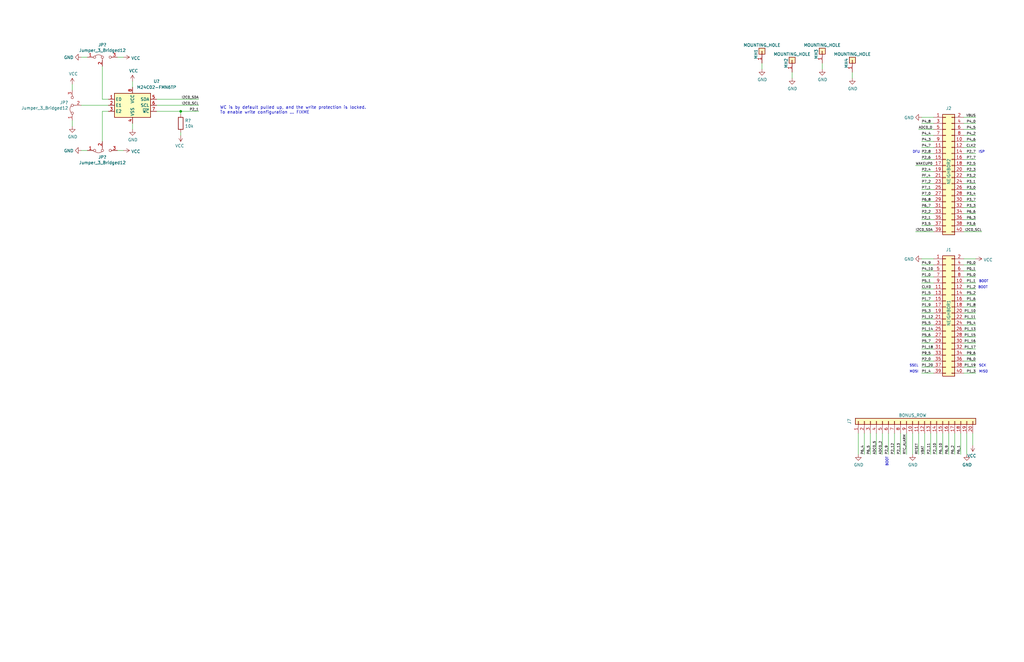
<source format=kicad_sch>
(kicad_sch (version 20230121) (generator eeschema)
  (paper "USLedger")
  (title_block (title "GreatFET Neighbor Template") (date "2015-09-24") (company "Copyright 2015 Great Scott Gadgets") (comment 1 "License: BSD-3-Clause"))
  (lib_symbols
    (symbol "Connector_Generic:Conn_01x01" (pin_names (offset 1.016) hide)
      (property "Reference" "J" (at 0 2.54 0))
      (property "Value" "Conn_01x01" (at 0 -2.54 0))
      (symbol "Conn_01x01_1_1"
        (rectangle (start -1.27 0.127) (end 0 -0.127) (stroke (width 0.1524)))
        (rectangle (start -1.27 1.27) (end 1.27 -1.27) (stroke (width 0.254)) (fill (type background)))
        (pin passive line (at -5.08 0 0) (length 3.81) (name "Pin_1") (number "1"))
      )
    )
    (symbol "Connector_Generic:Conn_01x20" (pin_names (offset 1.016) hide)
      (property "Reference" "J" (at 0 25.4 0))
      (property "Value" "Conn_01x20" (at 0 -27.94 0))
      (symbol "Conn_01x20_1_1"
        (rectangle (start -1.27 -25.273) (end 0 -25.527) (stroke (width 0.1524)))
        (rectangle (start -1.27 -22.733) (end 0 -22.987) (stroke (width 0.1524)))
        (rectangle (start -1.27 -20.193) (end 0 -20.447) (stroke (width 0.1524)))
        (rectangle (start -1.27 -17.653) (end 0 -17.907) (stroke (width 0.1524)))
        (rectangle (start -1.27 -15.113) (end 0 -15.367) (stroke (width 0.1524)))
        (rectangle (start -1.27 -12.573) (end 0 -12.827) (stroke (width 0.1524)))
        (rectangle (start -1.27 -10.033) (end 0 -10.287) (stroke (width 0.1524)))
        (rectangle (start -1.27 -7.493) (end 0 -7.747) (stroke (width 0.1524)))
        (rectangle (start -1.27 -4.953) (end 0 -5.207) (stroke (width 0.1524)))
        (rectangle (start -1.27 -2.413) (end 0 -2.667) (stroke (width 0.1524)))
        (rectangle (start -1.27 0.127) (end 0 -0.127) (stroke (width 0.1524)))
        (rectangle (start -1.27 2.667) (end 0 2.413) (stroke (width 0.1524)))
        (rectangle (start -1.27 5.207) (end 0 4.953) (stroke (width 0.1524)))
        (rectangle (start -1.27 7.747) (end 0 7.493) (stroke (width 0.1524)))
        (rectangle (start -1.27 10.287) (end 0 10.033) (stroke (width 0.1524)))
        (rectangle (start -1.27 12.827) (end 0 12.573) (stroke (width 0.1524)))
        (rectangle (start -1.27 15.367) (end 0 15.113) (stroke (width 0.1524)))
        (rectangle (start -1.27 17.907) (end 0 17.653) (stroke (width 0.1524)))
        (rectangle (start -1.27 20.447) (end 0 20.193) (stroke (width 0.1524)))
        (rectangle (start -1.27 22.987) (end 0 22.733) (stroke (width 0.1524)))
        (rectangle (start -1.27 24.13) (end 1.27 -26.67) (stroke (width 0.254)) (fill (type background)))
        (pin passive line (at -5.08 22.86 0) (length 3.81) (name "Pin_1") (number "1"))
        (pin passive line (at -5.08 0 0) (length 3.81) (name "Pin_10") (number "10"))
        (pin passive line (at -5.08 -2.54 0) (length 3.81) (name "Pin_11") (number "11"))
        (pin passive line (at -5.08 -5.08 0) (length 3.81) (name "Pin_12") (number "12"))
        (pin passive line (at -5.08 -7.62 0) (length 3.81) (name "Pin_13") (number "13"))
        (pin passive line (at -5.08 -10.16 0) (length 3.81) (name "Pin_14") (number "14"))
        (pin passive line (at -5.08 -12.7 0) (length 3.81) (name "Pin_15") (number "15"))
        (pin passive line (at -5.08 -15.24 0) (length 3.81) (name "Pin_16") (number "16"))
        (pin passive line (at -5.08 -17.78 0) (length 3.81) (name "Pin_17") (number "17"))
        (pin passive line (at -5.08 -20.32 0) (length 3.81) (name "Pin_18") (number "18"))
        (pin passive line (at -5.08 -22.86 0) (length 3.81) (name "Pin_19") (number "19"))
        (pin passive line (at -5.08 20.32 0) (length 3.81) (name "Pin_2") (number "2"))
        (pin passive line (at -5.08 -25.4 0) (length 3.81) (name "Pin_20") (number "20"))
        (pin passive line (at -5.08 17.78 0) (length 3.81) (name "Pin_3") (number "3"))
        (pin passive line (at -5.08 15.24 0) (length 3.81) (name "Pin_4") (number "4"))
        (pin passive line (at -5.08 12.7 0) (length 3.81) (name "Pin_5") (number "5"))
        (pin passive line (at -5.08 10.16 0) (length 3.81) (name "Pin_6") (number "6"))
        (pin passive line (at -5.08 7.62 0) (length 3.81) (name "Pin_7") (number "7"))
        (pin passive line (at -5.08 5.08 0) (length 3.81) (name "Pin_8") (number "8"))
        (pin passive line (at -5.08 2.54 0) (length 3.81) (name "Pin_9") (number "9"))
      )
    )
    (symbol "Connector_Generic:Conn_02x20_Odd_Even" (pin_names (offset 1.016) hide)
      (property "Reference" "J" (at 1.27 25.4 0))
      (property "Value" "Conn_02x20_Odd_Even" (at 1.27 -27.94 0))
      (symbol "Conn_02x20_Odd_Even_1_1"
        (rectangle (start -1.27 -25.273) (end 0 -25.527) (stroke (width 0.1524)))
        (rectangle (start -1.27 -22.733) (end 0 -22.987) (stroke (width 0.1524)))
        (rectangle (start -1.27 -20.193) (end 0 -20.447) (stroke (width 0.1524)))
        (rectangle (start -1.27 -17.653) (end 0 -17.907) (stroke (width 0.1524)))
        (rectangle (start -1.27 -15.113) (end 0 -15.367) (stroke (width 0.1524)))
        (rectangle (start -1.27 -12.573) (end 0 -12.827) (stroke (width 0.1524)))
        (rectangle (start -1.27 -10.033) (end 0 -10.287) (stroke (width 0.1524)))
        (rectangle (start -1.27 -7.493) (end 0 -7.747) (stroke (width 0.1524)))
        (rectangle (start -1.27 -4.953) (end 0 -5.207) (stroke (width 0.1524)))
        (rectangle (start -1.27 -2.413) (end 0 -2.667) (stroke (width 0.1524)))
        (rectangle (start -1.27 0.127) (end 0 -0.127) (stroke (width 0.1524)))
        (rectangle (start -1.27 2.667) (end 0 2.413) (stroke (width 0.1524)))
        (rectangle (start -1.27 5.207) (end 0 4.953) (stroke (width 0.1524)))
        (rectangle (start -1.27 7.747) (end 0 7.493) (stroke (width 0.1524)))
        (rectangle (start -1.27 10.287) (end 0 10.033) (stroke (width 0.1524)))
        (rectangle (start -1.27 12.827) (end 0 12.573) (stroke (width 0.1524)))
        (rectangle (start -1.27 15.367) (end 0 15.113) (stroke (width 0.1524)))
        (rectangle (start -1.27 17.907) (end 0 17.653) (stroke (width 0.1524)))
        (rectangle (start -1.27 20.447) (end 0 20.193) (stroke (width 0.1524)))
        (rectangle (start -1.27 22.987) (end 0 22.733) (stroke (width 0.1524)))
        (rectangle (start -1.27 24.13) (end 3.81 -26.67) (stroke (width 0.254)) (fill (type background)))
        (rectangle (start 3.81 -25.273) (end 2.54 -25.527) (stroke (width 0.1524)))
        (rectangle (start 3.81 -22.733) (end 2.54 -22.987) (stroke (width 0.1524)))
        (rectangle (start 3.81 -20.193) (end 2.54 -20.447) (stroke (width 0.1524)))
        (rectangle (start 3.81 -17.653) (end 2.54 -17.907) (stroke (width 0.1524)))
        (rectangle (start 3.81 -15.113) (end 2.54 -15.367) (stroke (width 0.1524)))
        (rectangle (start 3.81 -12.573) (end 2.54 -12.827) (stroke (width 0.1524)))
        (rectangle (start 3.81 -10.033) (end 2.54 -10.287) (stroke (width 0.1524)))
        (rectangle (start 3.81 -7.493) (end 2.54 -7.747) (stroke (width 0.1524)))
        (rectangle (start 3.81 -4.953) (end 2.54 -5.207) (stroke (width 0.1524)))
        (rectangle (start 3.81 -2.413) (end 2.54 -2.667) (stroke (width 0.1524)))
        (rectangle (start 3.81 0.127) (end 2.54 -0.127) (stroke (width 0.1524)))
        (rectangle (start 3.81 2.667) (end 2.54 2.413) (stroke (width 0.1524)))
        (rectangle (start 3.81 5.207) (end 2.54 4.953) (stroke (width 0.1524)))
        (rectangle (start 3.81 7.747) (end 2.54 7.493) (stroke (width 0.1524)))
        (rectangle (start 3.81 10.287) (end 2.54 10.033) (stroke (width 0.1524)))
        (rectangle (start 3.81 12.827) (end 2.54 12.573) (stroke (width 0.1524)))
        (rectangle (start 3.81 15.367) (end 2.54 15.113) (stroke (width 0.1524)))
        (rectangle (start 3.81 17.907) (end 2.54 17.653) (stroke (width 0.1524)))
        (rectangle (start 3.81 20.447) (end 2.54 20.193) (stroke (width 0.1524)))
        (rectangle (start 3.81 22.987) (end 2.54 22.733) (stroke (width 0.1524)))
        (pin passive line (at -5.08 22.86 0) (length 3.81) (name "Pin_1") (number "1"))
        (pin passive line (at 7.62 12.7 180) (length 3.81) (name "Pin_10") (number "10"))
        (pin passive line (at -5.08 10.16 0) (length 3.81) (name "Pin_11") (number "11"))
        (pin passive line (at 7.62 10.16 180) (length 3.81) (name "Pin_12") (number "12"))
        (pin passive line (at -5.08 7.62 0) (length 3.81) (name "Pin_13") (number "13"))
        (pin passive line (at 7.62 7.62 180) (length 3.81) (name "Pin_14") (number "14"))
        (pin passive line (at -5.08 5.08 0) (length 3.81) (name "Pin_15") (number "15"))
        (pin passive line (at 7.62 5.08 180) (length 3.81) (name "Pin_16") (number "16"))
        (pin passive line (at -5.08 2.54 0) (length 3.81) (name "Pin_17") (number "17"))
        (pin passive line (at 7.62 2.54 180) (length 3.81) (name "Pin_18") (number "18"))
        (pin passive line (at -5.08 0 0) (length 3.81) (name "Pin_19") (number "19"))
        (pin passive line (at 7.62 22.86 180) (length 3.81) (name "Pin_2") (number "2"))
        (pin passive line (at 7.62 0 180) (length 3.81) (name "Pin_20") (number "20"))
        (pin passive line (at -5.08 -2.54 0) (length 3.81) (name "Pin_21") (number "21"))
        (pin passive line (at 7.62 -2.54 180) (length 3.81) (name "Pin_22") (number "22"))
        (pin passive line (at -5.08 -5.08 0) (length 3.81) (name "Pin_23") (number "23"))
        (pin passive line (at 7.62 -5.08 180) (length 3.81) (name "Pin_24") (number "24"))
        (pin passive line (at -5.08 -7.62 0) (length 3.81) (name "Pin_25") (number "25"))
        (pin passive line (at 7.62 -7.62 180) (length 3.81) (name "Pin_26") (number "26"))
        (pin passive line (at -5.08 -10.16 0) (length 3.81) (name "Pin_27") (number "27"))
        (pin passive line (at 7.62 -10.16 180) (length 3.81) (name "Pin_28") (number "28"))
        (pin passive line (at -5.08 -12.7 0) (length 3.81) (name "Pin_29") (number "29"))
        (pin passive line (at -5.08 20.32 0) (length 3.81) (name "Pin_3") (number "3"))
        (pin passive line (at 7.62 -12.7 180) (length 3.81) (name "Pin_30") (number "30"))
        (pin passive line (at -5.08 -15.24 0) (length 3.81) (name "Pin_31") (number "31"))
        (pin passive line (at 7.62 -15.24 180) (length 3.81) (name "Pin_32") (number "32"))
        (pin passive line (at -5.08 -17.78 0) (length 3.81) (name "Pin_33") (number "33"))
        (pin passive line (at 7.62 -17.78 180) (length 3.81) (name "Pin_34") (number "34"))
        (pin passive line (at -5.08 -20.32 0) (length 3.81) (name "Pin_35") (number "35"))
        (pin passive line (at 7.62 -20.32 180) (length 3.81) (name "Pin_36") (number "36"))
        (pin passive line (at -5.08 -22.86 0) (length 3.81) (name "Pin_37") (number "37"))
        (pin passive line (at 7.62 -22.86 180) (length 3.81) (name "Pin_38") (number "38"))
        (pin passive line (at -5.08 -25.4 0) (length 3.81) (name "Pin_39") (number "39"))
        (pin passive line (at 7.62 20.32 180) (length 3.81) (name "Pin_4") (number "4"))
        (pin passive line (at 7.62 -25.4 180) (length 3.81) (name "Pin_40") (number "40"))
        (pin passive line (at -5.08 17.78 0) (length 3.81) (name "Pin_5") (number "5"))
        (pin passive line (at 7.62 17.78 180) (length 3.81) (name "Pin_6") (number "6"))
        (pin passive line (at -5.08 15.24 0) (length 3.81) (name "Pin_7") (number "7"))
        (pin passive line (at 7.62 15.24 180) (length 3.81) (name "Pin_8") (number "8"))
        (pin passive line (at -5.08 12.7 0) (length 3.81) (name "Pin_9") (number "9"))
      )
    )
    (symbol "Device:R" (pin_numbers hide) (pin_names (offset 0))
      (property "Reference" "R" (at 2.032 0 90))
      (property "Value" "R" (at 0 0 90))
      (symbol "R_0_1"
        (rectangle (start -1.016 -2.54) (end 1.016 2.54) (stroke (width 0.254)))
      )
      (symbol "R_1_1"
        (pin passive line (at 0 3.81 270) (length 1.27) (name "~") (number "1"))
        (pin passive line (at 0 -3.81 90) (length 1.27) (name "~") (number "2"))
      )
    )
    (symbol "Memory_EEPROM:M24C02-FMN"
      (property "Reference" "U" (at -6.35 6.35 0))
      (property "Value" "M24C02-FMN" (at 7.62 6.35 0))
      (symbol "M24C02-FMN_0_1"
        (rectangle (start -7.62 5.08) (end 7.62 -5.08) (stroke (width 0.254)) (fill (type background)))
      )
      (symbol "M24C02-FMN_1_1"
        (pin input line (at -10.16 2.54 0) (length 2.54) (name "E0") (number "1"))
        (pin input line (at -10.16 0 0) (length 2.54) (name "E1") (number "2"))
        (pin input line (at -10.16 -2.54 0) (length 2.54) (name "E2") (number "3"))
        (pin power_in line (at 0 -7.62 90) (length 2.54) (name "VSS") (number "4"))
        (pin bidirectional line (at 10.16 2.54 180) (length 2.54) (name "SDA") (number "5"))
        (pin input line (at 10.16 0 180) (length 2.54) (name "SCL") (number "6"))
        (pin input line (at 10.16 -2.54 180) (length 2.54) (name "~{WC}") (number "7"))
        (pin power_in line (at 0 7.62 270) (length 2.54) (name "VCC") (number "8"))
      )
    )
    (symbol "neighbor-template-rescue:Jumper_3_Bridged12-Jumper" (pin_names (offset 0) hide)
      (property "Reference" "JP" (at -2.54 -2.54 0))
      (property "Value" "Jumper_Jumper_3_Bridged12" (at 0 2.794 0))
      (symbol "Jumper_3_Bridged12-Jumper_0_0"
        (circle (center -3.302 0) (radius 0.508))
        (circle (center 0 0) (radius 0.508))
        (circle (center 3.302 0) (radius 0.508))
      )
      (symbol "Jumper_3_Bridged12-Jumper_0_1"
        (arc (start -0.254 0.508) (mid -1.651 0.9912) (end -3.048 0.508))
        (polyline (pts (xy 0 -1.27) (xy 0 -0.508)))
      )
      (symbol "Jumper_3_Bridged12-Jumper_1_1"
        (pin passive line (at -6.35 0 0) (length 2.54) (name "A") (number "1"))
        (pin input line (at 0 -3.81 90) (length 2.54) (name "C") (number "2"))
        (pin passive line (at 6.35 0 180) (length 2.54) (name "B") (number "3"))
      )
    )
    (symbol "power:GND" (power) (pin_names (offset 0))
      (property "Value" "GND" (at 0 -3.81 0))
      (symbol "GND_0_1"
        (polyline (pts (xy 0 0) (xy 0 -1.27) (xy 1.27 -1.27) (xy 0 -2.54) (xy -1.27 -1.27) (xy 0 -1.27)))
      )
      (symbol "GND_1_1"
        (pin power_in line (at 0 0 270) (length 0) hide (name "GND") (number "1"))
      )
    )
    (symbol "power:VCC" (power) (pin_names (offset 0))
      (property "Value" "VCC" (at 0 3.81 0))
      (symbol "VCC_0_1"
        (polyline (pts (xy -0.762 1.27) (xy 0 2.54)))
        (polyline (pts (xy 0 0) (xy 0 2.54)))
        (polyline (pts (xy 0 2.54) (xy 0.762 1.27)))
      )
      (symbol "VCC_1_1"
        (pin power_in line (at 0 0 90) (length 0) hide (name "VCC") (number "1"))
      )
    )
  )
  (junction (at 76.2 46.99))
  (wire (pts (xy 410.21 187.96) (xy 410.21 182.88)))
  (wire (pts (xy 369.57 191.77) (xy 369.57 182.88)))
  (wire (pts (xy 406.4 109.22) (xy 411.48 109.22)))
  (wire (pts (xy 406.4 52.07) (xy 411.48 52.07)))
  (wire (pts (xy 388.62 95.25) (xy 393.7 95.25)))
  (wire (pts (xy 411.48 64.77) (xy 406.4 64.77)))
  (wire (pts (xy 411.48 54.61) (xy 406.4 54.61)))
  (wire (pts (xy 388.62 154.94) (xy 393.7 154.94)))
  (wire (pts (xy 388.62 109.22) (xy 393.7 109.22)))
  (wire (pts (xy 411.48 154.94) (xy 406.4 154.94)))
  (wire (pts (xy 405.13 191.77) (xy 405.13 182.88)))
  (wire (pts (xy 388.62 80.01) (xy 393.7 80.01)))
  (wire (pts (xy 411.48 147.32) (xy 406.4 147.32)))
  (wire (pts (xy 387.35 54.61) (xy 393.7 54.61)))
  (wire (pts (xy 45.72 41.91) (xy 43.18 41.91)))
  (wire (pts (xy 55.88 34.29) (xy 55.88 36.83)))
  (wire (pts (xy 388.62 152.4) (xy 393.7 152.4)))
  (wire (pts (xy 406.4 119.38) (xy 411.48 119.38)))
  (wire (pts (xy 388.62 147.32) (xy 393.7 147.32)))
  (wire (pts (xy 411.48 116.84) (xy 406.4 116.84)))
  (wire (pts (xy 411.48 90.17) (xy 406.4 90.17)))
  (wire (pts (xy 55.88 52.07) (xy 55.88 54.61)))
  (wire (pts (xy 388.62 149.86) (xy 393.7 149.86)))
  (wire (pts (xy 411.48 132.08) (xy 406.4 132.08)))
  (wire (pts (xy 66.04 46.99) (xy 76.2 46.99)))
  (wire (pts (xy 66.04 41.91) (xy 83.82 41.91)))
  (wire (pts (xy 388.62 59.69) (xy 393.7 59.69)))
  (wire (pts (xy 392.43 191.77) (xy 392.43 182.88)))
  (wire (pts (xy 388.62 49.53) (xy 393.7 49.53)))
  (wire (pts (xy 411.48 121.92) (xy 406.4 121.92)))
  (wire (pts (xy 388.62 119.38) (xy 393.7 119.38)))
  (wire (pts (xy 372.11 191.77) (xy 372.11 182.88)))
  (wire (pts (xy 388.62 121.92) (xy 393.7 121.92)))
  (wire (pts (xy 388.62 134.62) (xy 393.7 134.62)))
  (wire (pts (xy 406.4 134.62) (xy 411.48 134.62)))
  (wire (pts (xy 402.59 191.77) (xy 402.59 182.88)))
  (wire (pts (xy 411.48 59.69) (xy 406.4 59.69)))
  (wire (pts (xy 393.7 87.63) (xy 388.62 87.63)))
  (wire (pts (xy 359.41 30.48) (xy 359.41 33.02)))
  (wire (pts (xy 411.48 72.39) (xy 406.4 72.39)))
  (wire (pts (xy 76.2 46.99) (xy 83.82 46.99)))
  (wire (pts (xy 411.48 67.31) (xy 406.4 67.31)))
  (wire (pts (xy 411.48 127) (xy 406.4 127)))
  (wire (pts (xy 411.48 111.76) (xy 406.4 111.76)))
  (wire (pts (xy 406.4 157.48) (xy 411.48 157.48)))
  (wire (pts (xy 394.97 191.77) (xy 394.97 182.88)))
  (wire (pts (xy 411.48 137.16) (xy 406.4 137.16)))
  (wire (pts (xy 36.83 24.13) (xy 34.29 24.13)))
  (wire (pts (xy 346.71 26.67) (xy 346.71 29.21)))
  (wire (pts (xy 411.48 77.47) (xy 406.4 77.47)))
  (wire (pts (xy 407.67 191.77) (xy 407.67 182.88)))
  (wire (pts (xy 388.62 52.07) (xy 393.7 52.07)))
  (wire (pts (xy 388.62 144.78) (xy 393.7 144.78)))
  (wire (pts (xy 393.7 82.55) (xy 388.62 82.55)))
  (wire (pts (xy 393.7 92.71) (xy 388.62 92.71)))
  (wire (pts (xy 36.83 63.5) (xy 34.29 63.5)))
  (wire (pts (xy 388.62 137.16) (xy 393.7 137.16)))
  (wire (pts (xy 411.48 82.55) (xy 406.4 82.55)))
  (wire (pts (xy 388.62 142.24) (xy 393.7 142.24)))
  (wire (pts (xy 388.62 62.23) (xy 393.7 62.23)))
  (wire (pts (xy 384.81 191.77) (xy 384.81 182.88)))
  (wire (pts (xy 388.62 139.7) (xy 393.7 139.7)))
  (wire (pts (xy 43.18 41.91) (xy 43.18 27.94)))
  (wire (pts (xy 411.48 57.15) (xy 406.4 57.15)))
  (wire (pts (xy 49.53 63.5) (xy 52.07 63.5)))
  (wire (pts (xy 388.62 111.76) (xy 393.7 111.76)))
  (wire (pts (xy 406.4 144.78) (xy 411.48 144.78)))
  (wire (pts (xy 411.48 69.85) (xy 406.4 69.85)))
  (wire (pts (xy 43.18 46.99) (xy 43.18 59.69)))
  (wire (pts (xy 334.01 30.48) (xy 334.01 33.02)))
  (wire (pts (xy 388.62 85.09) (xy 393.7 85.09)))
  (wire (pts (xy 387.35 191.77) (xy 387.35 182.88)))
  (wire (pts (xy 411.48 85.09) (xy 406.4 85.09)))
  (wire (pts (xy 30.48 38.1) (xy 30.48 35.56)))
  (wire (pts (xy 388.62 64.77) (xy 393.7 64.77)))
  (wire (pts (xy 388.62 132.08) (xy 393.7 132.08)))
  (wire (pts (xy 411.48 142.24) (xy 406.4 142.24)))
  (wire (pts (xy 388.62 77.47) (xy 393.7 77.47)))
  (wire (pts (xy 377.19 191.77) (xy 377.19 182.88)))
  (wire (pts (xy 393.7 57.15) (xy 388.62 57.15)))
  (wire (pts (xy 414.02 97.79) (xy 406.4 97.79)))
  (wire (pts (xy 388.62 74.93) (xy 393.7 74.93)))
  (wire (pts (xy 411.48 92.71) (xy 406.4 92.71)))
  (wire (pts (xy 321.31 26.67) (xy 321.31 29.21)))
  (wire (pts (xy 45.72 44.45) (xy 34.29 44.45)))
  (wire (pts (xy 388.62 90.17) (xy 393.7 90.17)))
  (wire (pts (xy 388.62 127) (xy 393.7 127)))
  (wire (pts (xy 66.04 44.45) (xy 83.82 44.45)))
  (wire (pts (xy 393.7 157.48) (xy 388.62 157.48)))
  (wire (pts (xy 367.03 191.77) (xy 367.03 182.88)))
  (wire (pts (xy 411.48 152.4) (xy 406.4 152.4)))
  (wire (pts (xy 411.48 87.63) (xy 406.4 87.63)))
  (wire (pts (xy 361.95 191.77) (xy 361.95 182.88)))
  (wire (pts (xy 389.89 191.77) (xy 389.89 182.88)))
  (wire (pts (xy 406.4 49.53) (xy 411.48 49.53)))
  (wire (pts (xy 393.7 72.39) (xy 388.62 72.39)))
  (wire (pts (xy 45.72 46.99) (xy 43.18 46.99)))
  (wire (pts (xy 406.4 114.3) (xy 411.48 114.3)))
  (wire (pts (xy 406.4 124.46) (xy 411.48 124.46)))
  (wire (pts (xy 76.2 57.15) (xy 76.2 55.88)))
  (wire (pts (xy 411.48 80.01) (xy 406.4 80.01)))
  (wire (pts (xy 411.48 62.23) (xy 406.4 62.23)))
  (wire (pts (xy 406.4 149.86) (xy 411.48 149.86)))
  (wire (pts (xy 388.62 129.54) (xy 393.7 129.54)))
  (wire (pts (xy 406.4 129.54) (xy 411.48 129.54)))
  (wire (pts (xy 379.73 191.77) (xy 379.73 182.88)))
  (wire (pts (xy 406.4 95.25) (xy 411.48 95.25)))
  (wire (pts (xy 400.05 191.77) (xy 400.05 182.88)))
  (wire (pts (xy 406.4 139.7) (xy 411.48 139.7)))
  (wire (pts (xy 393.7 97.79) (xy 386.08 97.79)))
  (wire (pts (xy 49.53 24.13) (xy 52.07 24.13)))
  (wire (pts (xy 382.27 191.77) (xy 382.27 182.88)))
  (wire (pts (xy 364.49 191.77) (xy 364.49 182.88)))
  (wire (pts (xy 388.62 67.31) (xy 393.7 67.31)))
  (wire (pts (xy 397.51 191.77) (xy 397.51 182.88)))
  (wire (pts (xy 388.62 124.46) (xy 393.7 124.46)))
  (wire (pts (xy 411.48 74.93) (xy 406.4 74.93)))
  (wire (pts (xy 388.62 116.84) (xy 393.7 116.84)))
  (wire (pts (xy 30.48 50.8) (xy 30.48 53.34)))
  (wire (pts (xy 374.65 191.77) (xy 374.65 182.88)))
  (wire (pts (xy 388.62 114.3) (xy 393.7 114.3)))
  (wire (pts (xy 76.2 48.26) (xy 76.2 46.99)))
  (wire (pts (xy 393.7 69.85) (xy 386.08 69.85)))
  (text "WC is by default pulled up, and the write protection is locked.\nTo enable write configuration ... FIXME " (at 92.71 48.26 0) (effects (font (size 1.27 1.27)) (justify left bottom)))
  (text "BOOT" (at 374.65 196.85 90) (effects (font (size 1.016 1.016)) (justify left bottom)))
  (text "DFU" (at 384.81 64.77 0) (effects (font (size 1.016 1.016)) (justify left bottom)))
  (text "SCK" (at 412.75 154.94 0) (effects (font (size 1.016 1.016)) (justify left bottom)))
  (text "SSEL" (at 387.35 154.94 0) (effects (font (size 1.016 1.016)) (justify right bottom)))
  (text "BOOT" (at 416.56 121.92 0) (effects (font (size 1.016 1.016)) (justify right bottom)))
  (text "BOOT" (at 412.75 119.38 0) (effects (font (size 1.016 1.016)) (justify left bottom)))
  (text "MISO" (at 412.75 157.48 0) (effects (font (size 1.016 1.016)) (justify left bottom)))
  (text "ISP" (at 415.29 64.77 0) (effects (font (size 1.016 1.016)) (justify right bottom)))
  (text "MOSI" (at 387.35 157.48 0) (effects (font (size 1.016 1.016)) (justify right bottom)))
  (label "P1_6" (at 411.48 127 180) (effects (font (size 1.016 1.016))))
  (label "P2_7" (at 411.48 64.77 180) (effects (font (size 1.016 1.016))))
  (label "P4_6" (at 411.48 59.69 180) (effects (font (size 1.016 1.016))))
  (label "P1_3" (at 411.48 157.48 180) (effects (font (size 1.016 1.016))))
  (label "P7_1" (at 388.62 80.01 0) (effects (font (size 1.016 1.016))))
  (label "P6_9" (at 400.05 191.77 90) (effects (font (size 1.016 1.016))))
  (label "P3_4" (at 411.48 82.55 180) (effects (font (size 1.016 1.016))))
  (label "P6_2" (at 402.59 191.77 90) (effects (font (size 1.016 1.016))))
  (label "P4_9" (at 388.62 111.76 0) (effects (font (size 1.016 1.016))))
  (label "RESET" (at 387.35 191.77 90) (effects (font (size 1.016 1.016))))
  (label "P2_8" (at 388.62 64.77 0) (effects (font (size 1.016 1.016))))
  (label "P4_5" (at 411.48 54.61 180) (effects (font (size 1.016 1.016))))
  (label "P1_0" (at 388.62 116.84 0) (effects (font (size 1.016 1.016))))
  (label "P5_0" (at 411.48 116.84 180) (effects (font (size 1.016 1.016))))
  (label "P6_6" (at 411.48 90.17 180) (effects (font (size 1.016 1.016))))
  (label "P1_17" (at 411.48 147.32 180) (effects (font (size 1.016 1.016))))
  (label "P2_0" (at 388.62 152.4 0) (effects (font (size 1.016 1.016))))
  (label "P7_2" (at 388.62 77.47 0) (effects (font (size 1.016 1.016))))
  (label "P3_1" (at 411.48 77.47 180) (effects (font (size 1.016 1.016))))
  (label "I2C0_SCL" (at 83.82 44.45 180) (effects (font (size 1.016 1.016))))
  (label "I2C0_SDA" (at 83.82 41.91 180) (effects (font (size 1.016 1.016))))
  (label "P1_18" (at 388.62 147.32 0) (effects (font (size 1.016 1.016))))
  (label "P2_3" (at 411.48 72.39 180) (effects (font (size 1.016 1.016))))
  (label "P2_9" (at 374.65 191.77 90) (effects (font (size 1.016 1.016))))
  (label "PF_4" (at 388.62 74.93 0) (effects (font (size 1.016 1.016))))
  (label "I2C0_SCL" (at 414.02 97.79 180) (effects (font (size 1.016 1.016))))
  (label "P1_12" (at 388.62 134.62 0) (effects (font (size 1.016 1.016))))
  (label "P1_13" (at 411.48 139.7 180) (effects (font (size 1.016 1.016))))
  (label "P1_11" (at 411.48 134.62 180) (effects (font (size 1.016 1.016))))
  (label "P1_8" (at 411.48 129.54 180) (effects (font (size 1.016 1.016))))
  (label "P0_1" (at 411.48 114.3 180) (effects (font (size 1.016 1.016))))
  (label "P1_4" (at 388.62 157.48 0) (effects (font (size 1.016 1.016))))
  (label "CLK2" (at 411.48 62.23 180) (effects (font (size 1.016 1.016))))
  (label "ADC0_0" (at 387.35 54.61 0) (effects (font (size 1.016 1.016))))
  (label "P3_6" (at 411.48 95.25 180) (effects (font (size 1.016 1.016))))
  (label "P4_4" (at 388.62 57.15 0) (effects (font (size 1.016 1.016))))
  (label "ADC0_5" (at 369.57 191.77 90) (effects (font (size 1.016 1.016))))
  (label "P5_4" (at 411.48 137.16 180) (effects (font (size 1.016 1.016))))
  (label "I2C0_SDA" (at 386.08 97.79 0) (effects (font (size 1.016 1.016))))
  (label "P9_5" (at 388.62 149.86 0) (effects (font (size 1.016 1.016))))
  (label "P2_13" (at 379.73 191.77 90) (effects (font (size 1.016 1.016))))
  (label "WAKEUP0" (at 386.08 69.85 0) (effects (font (size 1.016 1.016))))
  (label "P2_6" (at 388.62 67.31 0) (effects (font (size 1.016 1.016))))
  (label "P3_2" (at 411.48 74.93 180) (effects (font (size 1.016 1.016))))
  (label "VBAT" (at 389.89 191.77 90) (effects (font (size 1.016 1.016))))
  (label "P6_7" (at 388.62 87.63 0) (effects (font (size 1.016 1.016))))
  (label "P3_7" (at 411.48 85.09 180) (effects (font (size 1.016 1.016))))
  (label "P3_5" (at 388.62 95.25 0) (effects (font (size 1.016 1.016))))
  (label "P4_7" (at 388.62 62.23 0) (effects (font (size 1.016 1.016))))
  (label "P1_2" (at 411.48 121.92 180) (effects (font (size 1.016 1.016))))
  (label "CLK0" (at 388.62 121.92 0) (effects (font (size 1.016 1.016))))
  (label "P1_10" (at 411.48 132.08 180) (effects (font (size 1.016 1.016))))
  (label "P6_3" (at 411.48 92.71 180) (effects (font (size 1.016 1.016))))
  (label "P6_0" (at 411.48 152.4 180) (effects (font (size 1.016 1.016))))
  (label "P2_1" (at 83.82 46.99 180) (effects (font (size 1.016 1.016))))
  (label "P2_1" (at 388.62 92.71 0) (effects (font (size 1.016 1.016))))
  (label "P1_16" (at 411.48 144.78 180) (effects (font (size 1.016 1.016))))
  (label "P1_19" (at 411.48 154.94 180) (effects (font (size 1.016 1.016))))
  (label "P6_5" (at 367.03 191.77 90) (effects (font (size 1.016 1.016))))
  (label "P7_7" (at 411.48 67.31 180) (effects (font (size 1.016 1.016))))
  (label "P4_8" (at 388.62 52.07 0) (effects (font (size 1.016 1.016))))
  (label "P1_14" (at 388.62 139.7 0) (effects (font (size 1.016 1.016))))
  (label "P3_0" (at 411.48 80.01 180) (effects (font (size 1.016 1.016))))
  (label "P2_4" (at 388.62 72.39 0) (effects (font (size 1.016 1.016))))
  (label "P7_0" (at 388.62 82.55 0) (effects (font (size 1.016 1.016))))
  (label "P9_6" (at 411.48 149.86 180) (effects (font (size 1.016 1.016))))
  (label "P1_20" (at 388.62 154.94 0) (effects (font (size 1.016 1.016))))
  (label "P4_2" (at 411.48 57.15 180) (effects (font (size 1.016 1.016))))
  (label "P5_7" (at 388.62 144.78 0) (effects (font (size 1.016 1.016))))
  (label "P2_11" (at 392.43 191.77 90) (effects (font (size 1.016 1.016))))
  (label "P4_0" (at 411.48 52.07 180) (effects (font (size 1.016 1.016))))
  (label "P6_4" (at 364.49 191.77 90) (effects (font (size 1.016 1.016))))
  (label "P3_3" (at 411.48 87.63 180) (effects (font (size 1.016 1.016))))
  (label "P5_6" (at 388.62 142.24 0) (effects (font (size 1.016 1.016))))
  (label "P1_1" (at 411.48 119.38 180) (effects (font (size 1.016 1.016))))
  (label "P6_1" (at 405.13 191.77 90) (effects (font (size 1.016 1.016))))
  (label "P2_10" (at 394.97 191.77 90) (effects (font (size 1.016 1.016))))
  (label "P1_9" (at 388.62 129.54 0) (effects (font (size 1.016 1.016))))
  (label "P4_10" (at 388.62 114.3 0) (effects (font (size 1.016 1.016))))
  (label "P5_1" (at 388.62 119.38 0) (effects (font (size 1.016 1.016))))
  (label "P2_2" (at 388.62 90.17 0) (effects (font (size 1.016 1.016))))
  (label "RTC_ALARM" (at 382.27 191.77 90) (effects (font (size 1.016 1.016))))
  (label "P2_12" (at 377.19 191.77 90) (effects (font (size 1.016 1.016))))
  (label "P6_8" (at 388.62 85.09 0) (effects (font (size 1.016 1.016))))
  (label "P2_5" (at 411.48 69.85 180) (effects (font (size 1.016 1.016))))
  (label "VBUS" (at 411.48 49.53 180) (effects (font (size 1.016 1.016))))
  (label "P0_0" (at 411.48 111.76 180) (effects (font (size 1.016 1.016))))
  (label "P5_5" (at 388.62 137.16 0) (effects (font (size 1.016 1.016))))
  (label "P5_3" (at 388.62 132.08 0) (effects (font (size 1.016 1.016))))
  (label "P6_10" (at 397.51 191.77 90) (effects (font (size 1.016 1.016))))
  (label "P4_3" (at 388.62 59.69 0) (effects (font (size 1.016 1.016))))
  (label "ADC0_2" (at 372.11 191.77 90) (effects (font (size 1.016 1.016))))
  (label "P1_5" (at 388.62 124.46 0) (effects (font (size 1.016 1.016))))
  (label "P1_15" (at 411.48 142.24 180) (effects (font (size 1.016 1.016))))
  (label "P1_7" (at 388.62 127 0) (effects (font (size 1.016 1.016))))
  (label "P5_2" (at 411.48 124.46 180) (effects (font (size 1.016 1.016))))
  (symbol (lib_id "Connector_Generic:Conn_02x20_Odd_Even") (at 398.78 72.39 0) (unit 1)
    (property "Reference" "J2" (at 400.05 45.72 0))
    (property "Value" "NEIGHBOR2" (at 400.05 72.39 90))
    (property "Footprint" "gsg-modules:HEADER-2x20" (effects hide))
    (property "Manufacturer" "Samtec" (effects hide))
    (property "Part Number" "SSQ-120-23-G-D" (effects hide))
    (property "Description" "CONN RCPT .100\" 40POS DUAL-ROW STACKING GOLD" (effects hide))
    (property "Note" "Alternate: https://www.adafruit.com/products/2223" (effects hide))
  )
  (symbol (lib_id "Connector_Generic:Conn_02x20_Odd_Even") (at 398.78 132.08 0) (unit 1)
    (property "Reference" "J1" (at 400.05 105.41 0))
    (property "Value" "NEIGHBOR1" (at 400.05 132.08 90))
    (property "Footprint" "gsg-modules:HEADER-2x20" (effects hide))
    (property "Manufacturer" "Samtec" (effects hide))
    (property "Part Number" "SSQ-120-23-G-D" (effects hide))
    (property "Description" "CONN RCPT .100\" 40POS DUAL-ROW STACKING GOLD" (effects hide))
    (property "Note" "Alternate: https://www.adafruit.com/products/2223" (effects hide))
  )
  (symbol (lib_id "Connector_Generic:Conn_01x01") (at 346.71 21.59 90) (unit 1)
    (property "Reference" "MH3" (at 344.17 22.86 0))
    (property "Value" "MOUNTING_HOLE" (at 346.71 19.05 90))
    (property "Footprint" "gsg-modules:HOLE126MIL-COPPER" (effects hide))
    (property "Note" "DNP" (effects hide))
  )
  (symbol (lib_id "Connector_Generic:Conn_01x01") (at 359.41 25.4 90) (unit 1)
    (property "Reference" "MH4" (at 356.87 26.67 0))
    (property "Value" "MOUNTING_HOLE" (at 359.41 22.86 90))
    (property "Footprint" "gsg-modules:HOLE126MIL-COPPER" (effects hide))
    (property "Note" "DNP" (effects hide))
  )
  (symbol (lib_id "Connector_Generic:Conn_01x01") (at 321.31 21.59 90) (unit 1)
    (property "Reference" "MH1" (at 318.77 22.86 0))
    (property "Value" "MOUNTING_HOLE" (at 321.31 19.05 90))
    (property "Footprint" "gsg-modules:HOLE126MIL-COPPER" (effects hide))
    (property "Note" "DNP" (effects hide))
  )
  (symbol (lib_id "Connector_Generic:Conn_01x01") (at 334.01 25.4 90) (unit 1)
    (property "Reference" "MH2" (at 331.47 26.67 0))
    (property "Value" "MOUNTING_HOLE" (at 334.01 22.86 90))
    (property "Footprint" "gsg-modules:HOLE126MIL-COPPER" (effects hide))
    (property "Note" "DNP" (effects hide))
  )
  (symbol (lib_id "Connector_Generic:Conn_01x20") (at 384.81 177.8 90) (unit 1)
    (property "Reference" "J7" (at 358.14 177.8 0))
    (property "Value" "BONUS_ROW" (at 384.81 175.26 90))
    (property "Footprint" "gsg-modules:HEADER-1x20" (effects hide))
    (property "Manufacturer" "Samtec" (effects hide))
    (property "Part Number" "SSQ-120-23-G-S" (effects hide))
    (property "Description" "CONN RCPT .100\" 20POS SINGLE-ROW STACKING GOLD" (effects hide))
  )
  (symbol (lib_id "power:GND") (at 321.31 29.21 0) (unit 1)
    (property "Reference" "#PWR?" (effects hide))
    (property "Value" "GND" (at 321.437 33.6042 0))
  )
  (symbol (lib_id "power:GND") (at 334.01 33.02 0) (unit 1)
    (property "Reference" "#PWR?" (effects hide))
    (property "Value" "GND" (at 334.137 37.4142 0))
  )
  (symbol (lib_id "power:GND") (at 346.71 29.21 0) (unit 1)
    (property "Reference" "#PWR?" (effects hide))
    (property "Value" "GND" (at 346.837 33.6042 0))
  )
  (symbol (lib_id "power:GND") (at 359.41 33.02 0) (unit 1)
    (property "Reference" "#PWR?" (effects hide))
    (property "Value" "GND" (at 359.537 37.4142 0))
  )
  (symbol (lib_id "power:GND") (at 388.62 49.53 270) (unit 1)
    (property "Reference" "#PWR?" (effects hide))
    (property "Value" "GND" (at 385.3688 49.657 90) (effects (justify right)))
  )
  (symbol (lib_id "power:GND") (at 388.62 109.22 270) (unit 1)
    (property "Reference" "#PWR?" (effects hide))
    (property "Value" "GND" (at 385.3688 109.347 90) (effects (justify right)))
  )
  (symbol (lib_id "power:GND") (at 361.95 191.77 0) (unit 1)
    (property "Reference" "#PWR?" (effects hide))
    (property "Value" "GND" (at 362.077 196.1642 0))
  )
  (symbol (lib_id "power:GND") (at 384.81 191.77 0) (unit 1)
    (property "Reference" "#PWR?" (effects hide))
    (property "Value" "GND" (at 384.937 196.1642 0))
  )
  (symbol (lib_id "power:GND") (at 407.67 191.77 0) (unit 1)
    (property "Reference" "#PWR?" (effects hide))
    (property "Value" "GND" (at 407.797 196.1642 0))
  )
  (symbol (lib_id "power:VCC") (at 411.48 109.22 270) (unit 1)
    (property "Reference" "#PWR?" (effects hide))
    (property "Value" "VCC" (at 414.7312 109.6518 90) (effects (justify left)))
  )
  (symbol (lib_id "power:VCC") (at 410.21 187.96 180) (unit 1)
    (property "Reference" "#PWR?" (effects hide))
    (property "Value" "VCC" (at 409.7528 192.3542 0))
  )
  (symbol (lib_id "power:GND") (at 55.88 54.61 0) (unit 1)
    (property "Reference" "#PWR?" (effects hide))
    (property "Value" "GND" (at 56.007 59.0042 0))
  )
  (symbol (lib_id "power:VCC") (at 55.88 34.29 0) (unit 1)
    (property "Reference" "#PWR?" (effects hide))
    (property "Value" "VCC" (at 56.3118 29.8958 0))
  )
  (symbol (lib_id "power:VCC") (at 76.2 57.15 180) (unit 1)
    (property "Reference" "#PWR?" (effects hide))
    (property "Value" "VCC" (at 75.7428 61.5442 0))
  )
  (symbol (lib_id "Device:R") (at 76.2 52.07 0) (unit 1)
    (property "Reference" "R?" (at 77.978 50.9016 0) (effects (justify left)))
    (property "Value" "10k" (at 77.978 53.213 0) (effects (justify left)))
  )
  (symbol (lib_id "Memory_EEPROM:M24C02-FMN") (at 55.88 44.45 0) (unit 1)
    (property "Reference" "U?" (at 66.04 34.29 0))
    (property "Value" "M24C02-FMN6TP" (at 66.04 36.83 0))
    (property "Footprint" "Package_SO:SOIC-8_3.9x4.9mm_P1.27mm" (effects hide))
    (property "Datasheet" "http://www.st.com/content/ccc/resource/technical/document/datasheet/b0/d8/50/40/5a/85/49/6f/DM00071904.pdf/files/DM00071904.pdf/jcr:content/translations/en.DM00071904.pdf" (effects hide))
  )
  (symbol (lib_id "power:GND") (at 34.29 24.13 270) (unit 1)
    (property "Reference" "#PWR?" (effects hide))
    (property "Value" "GND" (at 31.0388 24.257 90) (effects (justify right)))
  )
  (symbol (lib_id "power:GND") (at 30.48 53.34 0) (unit 1)
    (property "Reference" "#PWR?" (effects hide))
    (property "Value" "GND" (at 30.607 57.7342 0))
  )
  (symbol (lib_id "power:GND") (at 34.29 63.5 270) (unit 1)
    (property "Reference" "#PWR?" (effects hide))
    (property "Value" "GND" (at 31.0388 63.627 90) (effects (justify right)))
  )
  (symbol (lib_id "power:VCC") (at 52.07 24.13 270) (unit 1)
    (property "Reference" "#PWR?" (effects hide))
    (property "Value" "VCC" (at 55.3212 24.5618 90) (effects (justify left)))
  )
  (symbol (lib_id "power:VCC") (at 30.48 35.56 0) (unit 1)
    (property "Reference" "#PWR?" (effects hide))
    (property "Value" "VCC" (at 30.9118 31.1658 0))
  )
  (symbol (lib_id "power:VCC") (at 52.07 63.5 270) (unit 1)
    (property "Reference" "#PWR?" (effects hide))
    (property "Value" "VCC" (at 55.3212 63.9318 90) (effects (justify left)))
  )
  (symbol (lib_id "neighbor-template-rescue:Jumper_3_Bridged12-Jumper") (at 30.48 44.45 90) (unit 1)
    (property "Reference" "JP?" (at 28.7782 43.2816 90) (effects (justify left)))
    (property "Value" "Jumper_3_Bridged12" (at 28.7782 45.593 90) (effects (justify left)))
  )
  (symbol (lib_id "neighbor-template-rescue:Jumper_3_Bridged12-Jumper") (at 43.18 24.13 0) (unit 1)
    (property "Reference" "JP?" (at 43.18 18.9484 0))
    (property "Value" "Jumper_3_Bridged12" (at 43.18 21.2598 0))
  )
  (symbol (lib_id "neighbor-template-rescue:Jumper_3_Bridged12-Jumper") (at 43.18 63.5 0) (mirror x) (unit 1)
    (property "Reference" "JP?" (at 43.18 66.3194 0))
    (property "Value" "Jumper_3_Bridged12" (at 43.18 68.6308 0))
  )
)
</source>
